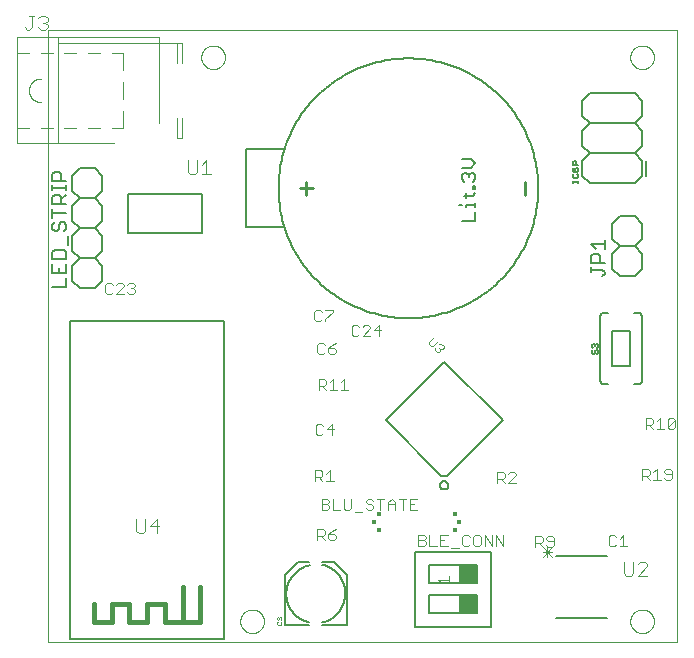
<source format=gto>
G75*
%MOIN*%
%OFA0B0*%
%FSLAX25Y25*%
%IPPOS*%
%LPD*%
%AMOC8*
5,1,8,0,0,1.08239X$1,22.5*
%
%ADD10C,0.00000*%
%ADD11C,0.00300*%
%ADD12C,0.00600*%
%ADD13R,0.06000X0.06000*%
%ADD14C,0.01000*%
%ADD15C,0.00500*%
%ADD16C,0.00800*%
%ADD17C,0.00100*%
%ADD18R,0.01673X0.01280*%
%ADD19R,0.01378X0.01378*%
%ADD20C,0.01600*%
%ADD21C,0.00400*%
%ADD22C,0.00394*%
D10*
X0011520Y0002000D02*
X0011520Y0205961D01*
X0221220Y0205961D01*
X0221220Y0002000D01*
X0011520Y0002000D01*
X0075583Y0009000D02*
X0075585Y0009125D01*
X0075591Y0009250D01*
X0075601Y0009374D01*
X0075615Y0009498D01*
X0075632Y0009622D01*
X0075654Y0009745D01*
X0075680Y0009867D01*
X0075709Y0009989D01*
X0075742Y0010109D01*
X0075780Y0010228D01*
X0075820Y0010347D01*
X0075865Y0010463D01*
X0075913Y0010578D01*
X0075965Y0010692D01*
X0076021Y0010804D01*
X0076080Y0010914D01*
X0076142Y0011022D01*
X0076208Y0011129D01*
X0076277Y0011233D01*
X0076350Y0011334D01*
X0076425Y0011434D01*
X0076504Y0011531D01*
X0076586Y0011625D01*
X0076671Y0011717D01*
X0076758Y0011806D01*
X0076849Y0011892D01*
X0076942Y0011975D01*
X0077038Y0012056D01*
X0077136Y0012133D01*
X0077236Y0012207D01*
X0077339Y0012278D01*
X0077444Y0012345D01*
X0077552Y0012410D01*
X0077661Y0012470D01*
X0077772Y0012528D01*
X0077885Y0012581D01*
X0077999Y0012631D01*
X0078115Y0012678D01*
X0078232Y0012720D01*
X0078351Y0012759D01*
X0078471Y0012795D01*
X0078592Y0012826D01*
X0078714Y0012854D01*
X0078836Y0012877D01*
X0078960Y0012897D01*
X0079084Y0012913D01*
X0079208Y0012925D01*
X0079333Y0012933D01*
X0079458Y0012937D01*
X0079582Y0012937D01*
X0079707Y0012933D01*
X0079832Y0012925D01*
X0079956Y0012913D01*
X0080080Y0012897D01*
X0080204Y0012877D01*
X0080326Y0012854D01*
X0080448Y0012826D01*
X0080569Y0012795D01*
X0080689Y0012759D01*
X0080808Y0012720D01*
X0080925Y0012678D01*
X0081041Y0012631D01*
X0081155Y0012581D01*
X0081268Y0012528D01*
X0081379Y0012470D01*
X0081489Y0012410D01*
X0081596Y0012345D01*
X0081701Y0012278D01*
X0081804Y0012207D01*
X0081904Y0012133D01*
X0082002Y0012056D01*
X0082098Y0011975D01*
X0082191Y0011892D01*
X0082282Y0011806D01*
X0082369Y0011717D01*
X0082454Y0011625D01*
X0082536Y0011531D01*
X0082615Y0011434D01*
X0082690Y0011334D01*
X0082763Y0011233D01*
X0082832Y0011129D01*
X0082898Y0011022D01*
X0082960Y0010914D01*
X0083019Y0010804D01*
X0083075Y0010692D01*
X0083127Y0010578D01*
X0083175Y0010463D01*
X0083220Y0010347D01*
X0083260Y0010228D01*
X0083298Y0010109D01*
X0083331Y0009989D01*
X0083360Y0009867D01*
X0083386Y0009745D01*
X0083408Y0009622D01*
X0083425Y0009498D01*
X0083439Y0009374D01*
X0083449Y0009250D01*
X0083455Y0009125D01*
X0083457Y0009000D01*
X0083455Y0008875D01*
X0083449Y0008750D01*
X0083439Y0008626D01*
X0083425Y0008502D01*
X0083408Y0008378D01*
X0083386Y0008255D01*
X0083360Y0008133D01*
X0083331Y0008011D01*
X0083298Y0007891D01*
X0083260Y0007772D01*
X0083220Y0007653D01*
X0083175Y0007537D01*
X0083127Y0007422D01*
X0083075Y0007308D01*
X0083019Y0007196D01*
X0082960Y0007086D01*
X0082898Y0006978D01*
X0082832Y0006871D01*
X0082763Y0006767D01*
X0082690Y0006666D01*
X0082615Y0006566D01*
X0082536Y0006469D01*
X0082454Y0006375D01*
X0082369Y0006283D01*
X0082282Y0006194D01*
X0082191Y0006108D01*
X0082098Y0006025D01*
X0082002Y0005944D01*
X0081904Y0005867D01*
X0081804Y0005793D01*
X0081701Y0005722D01*
X0081596Y0005655D01*
X0081488Y0005590D01*
X0081379Y0005530D01*
X0081268Y0005472D01*
X0081155Y0005419D01*
X0081041Y0005369D01*
X0080925Y0005322D01*
X0080808Y0005280D01*
X0080689Y0005241D01*
X0080569Y0005205D01*
X0080448Y0005174D01*
X0080326Y0005146D01*
X0080204Y0005123D01*
X0080080Y0005103D01*
X0079956Y0005087D01*
X0079832Y0005075D01*
X0079707Y0005067D01*
X0079582Y0005063D01*
X0079458Y0005063D01*
X0079333Y0005067D01*
X0079208Y0005075D01*
X0079084Y0005087D01*
X0078960Y0005103D01*
X0078836Y0005123D01*
X0078714Y0005146D01*
X0078592Y0005174D01*
X0078471Y0005205D01*
X0078351Y0005241D01*
X0078232Y0005280D01*
X0078115Y0005322D01*
X0077999Y0005369D01*
X0077885Y0005419D01*
X0077772Y0005472D01*
X0077661Y0005530D01*
X0077551Y0005590D01*
X0077444Y0005655D01*
X0077339Y0005722D01*
X0077236Y0005793D01*
X0077136Y0005867D01*
X0077038Y0005944D01*
X0076942Y0006025D01*
X0076849Y0006108D01*
X0076758Y0006194D01*
X0076671Y0006283D01*
X0076586Y0006375D01*
X0076504Y0006469D01*
X0076425Y0006566D01*
X0076350Y0006666D01*
X0076277Y0006767D01*
X0076208Y0006871D01*
X0076142Y0006978D01*
X0076080Y0007086D01*
X0076021Y0007196D01*
X0075965Y0007308D01*
X0075913Y0007422D01*
X0075865Y0007537D01*
X0075820Y0007653D01*
X0075780Y0007772D01*
X0075742Y0007891D01*
X0075709Y0008011D01*
X0075680Y0008133D01*
X0075654Y0008255D01*
X0075632Y0008378D01*
X0075615Y0008502D01*
X0075601Y0008626D01*
X0075591Y0008750D01*
X0075585Y0008875D01*
X0075583Y0009000D01*
X0205583Y0009000D02*
X0205585Y0009125D01*
X0205591Y0009250D01*
X0205601Y0009374D01*
X0205615Y0009498D01*
X0205632Y0009622D01*
X0205654Y0009745D01*
X0205680Y0009867D01*
X0205709Y0009989D01*
X0205742Y0010109D01*
X0205780Y0010228D01*
X0205820Y0010347D01*
X0205865Y0010463D01*
X0205913Y0010578D01*
X0205965Y0010692D01*
X0206021Y0010804D01*
X0206080Y0010914D01*
X0206142Y0011022D01*
X0206208Y0011129D01*
X0206277Y0011233D01*
X0206350Y0011334D01*
X0206425Y0011434D01*
X0206504Y0011531D01*
X0206586Y0011625D01*
X0206671Y0011717D01*
X0206758Y0011806D01*
X0206849Y0011892D01*
X0206942Y0011975D01*
X0207038Y0012056D01*
X0207136Y0012133D01*
X0207236Y0012207D01*
X0207339Y0012278D01*
X0207444Y0012345D01*
X0207552Y0012410D01*
X0207661Y0012470D01*
X0207772Y0012528D01*
X0207885Y0012581D01*
X0207999Y0012631D01*
X0208115Y0012678D01*
X0208232Y0012720D01*
X0208351Y0012759D01*
X0208471Y0012795D01*
X0208592Y0012826D01*
X0208714Y0012854D01*
X0208836Y0012877D01*
X0208960Y0012897D01*
X0209084Y0012913D01*
X0209208Y0012925D01*
X0209333Y0012933D01*
X0209458Y0012937D01*
X0209582Y0012937D01*
X0209707Y0012933D01*
X0209832Y0012925D01*
X0209956Y0012913D01*
X0210080Y0012897D01*
X0210204Y0012877D01*
X0210326Y0012854D01*
X0210448Y0012826D01*
X0210569Y0012795D01*
X0210689Y0012759D01*
X0210808Y0012720D01*
X0210925Y0012678D01*
X0211041Y0012631D01*
X0211155Y0012581D01*
X0211268Y0012528D01*
X0211379Y0012470D01*
X0211489Y0012410D01*
X0211596Y0012345D01*
X0211701Y0012278D01*
X0211804Y0012207D01*
X0211904Y0012133D01*
X0212002Y0012056D01*
X0212098Y0011975D01*
X0212191Y0011892D01*
X0212282Y0011806D01*
X0212369Y0011717D01*
X0212454Y0011625D01*
X0212536Y0011531D01*
X0212615Y0011434D01*
X0212690Y0011334D01*
X0212763Y0011233D01*
X0212832Y0011129D01*
X0212898Y0011022D01*
X0212960Y0010914D01*
X0213019Y0010804D01*
X0213075Y0010692D01*
X0213127Y0010578D01*
X0213175Y0010463D01*
X0213220Y0010347D01*
X0213260Y0010228D01*
X0213298Y0010109D01*
X0213331Y0009989D01*
X0213360Y0009867D01*
X0213386Y0009745D01*
X0213408Y0009622D01*
X0213425Y0009498D01*
X0213439Y0009374D01*
X0213449Y0009250D01*
X0213455Y0009125D01*
X0213457Y0009000D01*
X0213455Y0008875D01*
X0213449Y0008750D01*
X0213439Y0008626D01*
X0213425Y0008502D01*
X0213408Y0008378D01*
X0213386Y0008255D01*
X0213360Y0008133D01*
X0213331Y0008011D01*
X0213298Y0007891D01*
X0213260Y0007772D01*
X0213220Y0007653D01*
X0213175Y0007537D01*
X0213127Y0007422D01*
X0213075Y0007308D01*
X0213019Y0007196D01*
X0212960Y0007086D01*
X0212898Y0006978D01*
X0212832Y0006871D01*
X0212763Y0006767D01*
X0212690Y0006666D01*
X0212615Y0006566D01*
X0212536Y0006469D01*
X0212454Y0006375D01*
X0212369Y0006283D01*
X0212282Y0006194D01*
X0212191Y0006108D01*
X0212098Y0006025D01*
X0212002Y0005944D01*
X0211904Y0005867D01*
X0211804Y0005793D01*
X0211701Y0005722D01*
X0211596Y0005655D01*
X0211488Y0005590D01*
X0211379Y0005530D01*
X0211268Y0005472D01*
X0211155Y0005419D01*
X0211041Y0005369D01*
X0210925Y0005322D01*
X0210808Y0005280D01*
X0210689Y0005241D01*
X0210569Y0005205D01*
X0210448Y0005174D01*
X0210326Y0005146D01*
X0210204Y0005123D01*
X0210080Y0005103D01*
X0209956Y0005087D01*
X0209832Y0005075D01*
X0209707Y0005067D01*
X0209582Y0005063D01*
X0209458Y0005063D01*
X0209333Y0005067D01*
X0209208Y0005075D01*
X0209084Y0005087D01*
X0208960Y0005103D01*
X0208836Y0005123D01*
X0208714Y0005146D01*
X0208592Y0005174D01*
X0208471Y0005205D01*
X0208351Y0005241D01*
X0208232Y0005280D01*
X0208115Y0005322D01*
X0207999Y0005369D01*
X0207885Y0005419D01*
X0207772Y0005472D01*
X0207661Y0005530D01*
X0207551Y0005590D01*
X0207444Y0005655D01*
X0207339Y0005722D01*
X0207236Y0005793D01*
X0207136Y0005867D01*
X0207038Y0005944D01*
X0206942Y0006025D01*
X0206849Y0006108D01*
X0206758Y0006194D01*
X0206671Y0006283D01*
X0206586Y0006375D01*
X0206504Y0006469D01*
X0206425Y0006566D01*
X0206350Y0006666D01*
X0206277Y0006767D01*
X0206208Y0006871D01*
X0206142Y0006978D01*
X0206080Y0007086D01*
X0206021Y0007196D01*
X0205965Y0007308D01*
X0205913Y0007422D01*
X0205865Y0007537D01*
X0205820Y0007653D01*
X0205780Y0007772D01*
X0205742Y0007891D01*
X0205709Y0008011D01*
X0205680Y0008133D01*
X0205654Y0008255D01*
X0205632Y0008378D01*
X0205615Y0008502D01*
X0205601Y0008626D01*
X0205591Y0008750D01*
X0205585Y0008875D01*
X0205583Y0009000D01*
X0205583Y0197000D02*
X0205585Y0197125D01*
X0205591Y0197250D01*
X0205601Y0197374D01*
X0205615Y0197498D01*
X0205632Y0197622D01*
X0205654Y0197745D01*
X0205680Y0197867D01*
X0205709Y0197989D01*
X0205742Y0198109D01*
X0205780Y0198228D01*
X0205820Y0198347D01*
X0205865Y0198463D01*
X0205913Y0198578D01*
X0205965Y0198692D01*
X0206021Y0198804D01*
X0206080Y0198914D01*
X0206142Y0199022D01*
X0206208Y0199129D01*
X0206277Y0199233D01*
X0206350Y0199334D01*
X0206425Y0199434D01*
X0206504Y0199531D01*
X0206586Y0199625D01*
X0206671Y0199717D01*
X0206758Y0199806D01*
X0206849Y0199892D01*
X0206942Y0199975D01*
X0207038Y0200056D01*
X0207136Y0200133D01*
X0207236Y0200207D01*
X0207339Y0200278D01*
X0207444Y0200345D01*
X0207552Y0200410D01*
X0207661Y0200470D01*
X0207772Y0200528D01*
X0207885Y0200581D01*
X0207999Y0200631D01*
X0208115Y0200678D01*
X0208232Y0200720D01*
X0208351Y0200759D01*
X0208471Y0200795D01*
X0208592Y0200826D01*
X0208714Y0200854D01*
X0208836Y0200877D01*
X0208960Y0200897D01*
X0209084Y0200913D01*
X0209208Y0200925D01*
X0209333Y0200933D01*
X0209458Y0200937D01*
X0209582Y0200937D01*
X0209707Y0200933D01*
X0209832Y0200925D01*
X0209956Y0200913D01*
X0210080Y0200897D01*
X0210204Y0200877D01*
X0210326Y0200854D01*
X0210448Y0200826D01*
X0210569Y0200795D01*
X0210689Y0200759D01*
X0210808Y0200720D01*
X0210925Y0200678D01*
X0211041Y0200631D01*
X0211155Y0200581D01*
X0211268Y0200528D01*
X0211379Y0200470D01*
X0211489Y0200410D01*
X0211596Y0200345D01*
X0211701Y0200278D01*
X0211804Y0200207D01*
X0211904Y0200133D01*
X0212002Y0200056D01*
X0212098Y0199975D01*
X0212191Y0199892D01*
X0212282Y0199806D01*
X0212369Y0199717D01*
X0212454Y0199625D01*
X0212536Y0199531D01*
X0212615Y0199434D01*
X0212690Y0199334D01*
X0212763Y0199233D01*
X0212832Y0199129D01*
X0212898Y0199022D01*
X0212960Y0198914D01*
X0213019Y0198804D01*
X0213075Y0198692D01*
X0213127Y0198578D01*
X0213175Y0198463D01*
X0213220Y0198347D01*
X0213260Y0198228D01*
X0213298Y0198109D01*
X0213331Y0197989D01*
X0213360Y0197867D01*
X0213386Y0197745D01*
X0213408Y0197622D01*
X0213425Y0197498D01*
X0213439Y0197374D01*
X0213449Y0197250D01*
X0213455Y0197125D01*
X0213457Y0197000D01*
X0213455Y0196875D01*
X0213449Y0196750D01*
X0213439Y0196626D01*
X0213425Y0196502D01*
X0213408Y0196378D01*
X0213386Y0196255D01*
X0213360Y0196133D01*
X0213331Y0196011D01*
X0213298Y0195891D01*
X0213260Y0195772D01*
X0213220Y0195653D01*
X0213175Y0195537D01*
X0213127Y0195422D01*
X0213075Y0195308D01*
X0213019Y0195196D01*
X0212960Y0195086D01*
X0212898Y0194978D01*
X0212832Y0194871D01*
X0212763Y0194767D01*
X0212690Y0194666D01*
X0212615Y0194566D01*
X0212536Y0194469D01*
X0212454Y0194375D01*
X0212369Y0194283D01*
X0212282Y0194194D01*
X0212191Y0194108D01*
X0212098Y0194025D01*
X0212002Y0193944D01*
X0211904Y0193867D01*
X0211804Y0193793D01*
X0211701Y0193722D01*
X0211596Y0193655D01*
X0211488Y0193590D01*
X0211379Y0193530D01*
X0211268Y0193472D01*
X0211155Y0193419D01*
X0211041Y0193369D01*
X0210925Y0193322D01*
X0210808Y0193280D01*
X0210689Y0193241D01*
X0210569Y0193205D01*
X0210448Y0193174D01*
X0210326Y0193146D01*
X0210204Y0193123D01*
X0210080Y0193103D01*
X0209956Y0193087D01*
X0209832Y0193075D01*
X0209707Y0193067D01*
X0209582Y0193063D01*
X0209458Y0193063D01*
X0209333Y0193067D01*
X0209208Y0193075D01*
X0209084Y0193087D01*
X0208960Y0193103D01*
X0208836Y0193123D01*
X0208714Y0193146D01*
X0208592Y0193174D01*
X0208471Y0193205D01*
X0208351Y0193241D01*
X0208232Y0193280D01*
X0208115Y0193322D01*
X0207999Y0193369D01*
X0207885Y0193419D01*
X0207772Y0193472D01*
X0207661Y0193530D01*
X0207551Y0193590D01*
X0207444Y0193655D01*
X0207339Y0193722D01*
X0207236Y0193793D01*
X0207136Y0193867D01*
X0207038Y0193944D01*
X0206942Y0194025D01*
X0206849Y0194108D01*
X0206758Y0194194D01*
X0206671Y0194283D01*
X0206586Y0194375D01*
X0206504Y0194469D01*
X0206425Y0194566D01*
X0206350Y0194666D01*
X0206277Y0194767D01*
X0206208Y0194871D01*
X0206142Y0194978D01*
X0206080Y0195086D01*
X0206021Y0195196D01*
X0205965Y0195308D01*
X0205913Y0195422D01*
X0205865Y0195537D01*
X0205820Y0195653D01*
X0205780Y0195772D01*
X0205742Y0195891D01*
X0205709Y0196011D01*
X0205680Y0196133D01*
X0205654Y0196255D01*
X0205632Y0196378D01*
X0205615Y0196502D01*
X0205601Y0196626D01*
X0205591Y0196750D01*
X0205585Y0196875D01*
X0205583Y0197000D01*
X0062583Y0197000D02*
X0062585Y0197125D01*
X0062591Y0197250D01*
X0062601Y0197374D01*
X0062615Y0197498D01*
X0062632Y0197622D01*
X0062654Y0197745D01*
X0062680Y0197867D01*
X0062709Y0197989D01*
X0062742Y0198109D01*
X0062780Y0198228D01*
X0062820Y0198347D01*
X0062865Y0198463D01*
X0062913Y0198578D01*
X0062965Y0198692D01*
X0063021Y0198804D01*
X0063080Y0198914D01*
X0063142Y0199022D01*
X0063208Y0199129D01*
X0063277Y0199233D01*
X0063350Y0199334D01*
X0063425Y0199434D01*
X0063504Y0199531D01*
X0063586Y0199625D01*
X0063671Y0199717D01*
X0063758Y0199806D01*
X0063849Y0199892D01*
X0063942Y0199975D01*
X0064038Y0200056D01*
X0064136Y0200133D01*
X0064236Y0200207D01*
X0064339Y0200278D01*
X0064444Y0200345D01*
X0064552Y0200410D01*
X0064661Y0200470D01*
X0064772Y0200528D01*
X0064885Y0200581D01*
X0064999Y0200631D01*
X0065115Y0200678D01*
X0065232Y0200720D01*
X0065351Y0200759D01*
X0065471Y0200795D01*
X0065592Y0200826D01*
X0065714Y0200854D01*
X0065836Y0200877D01*
X0065960Y0200897D01*
X0066084Y0200913D01*
X0066208Y0200925D01*
X0066333Y0200933D01*
X0066458Y0200937D01*
X0066582Y0200937D01*
X0066707Y0200933D01*
X0066832Y0200925D01*
X0066956Y0200913D01*
X0067080Y0200897D01*
X0067204Y0200877D01*
X0067326Y0200854D01*
X0067448Y0200826D01*
X0067569Y0200795D01*
X0067689Y0200759D01*
X0067808Y0200720D01*
X0067925Y0200678D01*
X0068041Y0200631D01*
X0068155Y0200581D01*
X0068268Y0200528D01*
X0068379Y0200470D01*
X0068489Y0200410D01*
X0068596Y0200345D01*
X0068701Y0200278D01*
X0068804Y0200207D01*
X0068904Y0200133D01*
X0069002Y0200056D01*
X0069098Y0199975D01*
X0069191Y0199892D01*
X0069282Y0199806D01*
X0069369Y0199717D01*
X0069454Y0199625D01*
X0069536Y0199531D01*
X0069615Y0199434D01*
X0069690Y0199334D01*
X0069763Y0199233D01*
X0069832Y0199129D01*
X0069898Y0199022D01*
X0069960Y0198914D01*
X0070019Y0198804D01*
X0070075Y0198692D01*
X0070127Y0198578D01*
X0070175Y0198463D01*
X0070220Y0198347D01*
X0070260Y0198228D01*
X0070298Y0198109D01*
X0070331Y0197989D01*
X0070360Y0197867D01*
X0070386Y0197745D01*
X0070408Y0197622D01*
X0070425Y0197498D01*
X0070439Y0197374D01*
X0070449Y0197250D01*
X0070455Y0197125D01*
X0070457Y0197000D01*
X0070455Y0196875D01*
X0070449Y0196750D01*
X0070439Y0196626D01*
X0070425Y0196502D01*
X0070408Y0196378D01*
X0070386Y0196255D01*
X0070360Y0196133D01*
X0070331Y0196011D01*
X0070298Y0195891D01*
X0070260Y0195772D01*
X0070220Y0195653D01*
X0070175Y0195537D01*
X0070127Y0195422D01*
X0070075Y0195308D01*
X0070019Y0195196D01*
X0069960Y0195086D01*
X0069898Y0194978D01*
X0069832Y0194871D01*
X0069763Y0194767D01*
X0069690Y0194666D01*
X0069615Y0194566D01*
X0069536Y0194469D01*
X0069454Y0194375D01*
X0069369Y0194283D01*
X0069282Y0194194D01*
X0069191Y0194108D01*
X0069098Y0194025D01*
X0069002Y0193944D01*
X0068904Y0193867D01*
X0068804Y0193793D01*
X0068701Y0193722D01*
X0068596Y0193655D01*
X0068488Y0193590D01*
X0068379Y0193530D01*
X0068268Y0193472D01*
X0068155Y0193419D01*
X0068041Y0193369D01*
X0067925Y0193322D01*
X0067808Y0193280D01*
X0067689Y0193241D01*
X0067569Y0193205D01*
X0067448Y0193174D01*
X0067326Y0193146D01*
X0067204Y0193123D01*
X0067080Y0193103D01*
X0066956Y0193087D01*
X0066832Y0193075D01*
X0066707Y0193067D01*
X0066582Y0193063D01*
X0066458Y0193063D01*
X0066333Y0193067D01*
X0066208Y0193075D01*
X0066084Y0193087D01*
X0065960Y0193103D01*
X0065836Y0193123D01*
X0065714Y0193146D01*
X0065592Y0193174D01*
X0065471Y0193205D01*
X0065351Y0193241D01*
X0065232Y0193280D01*
X0065115Y0193322D01*
X0064999Y0193369D01*
X0064885Y0193419D01*
X0064772Y0193472D01*
X0064661Y0193530D01*
X0064551Y0193590D01*
X0064444Y0193655D01*
X0064339Y0193722D01*
X0064236Y0193793D01*
X0064136Y0193867D01*
X0064038Y0193944D01*
X0063942Y0194025D01*
X0063849Y0194108D01*
X0063758Y0194194D01*
X0063671Y0194283D01*
X0063586Y0194375D01*
X0063504Y0194469D01*
X0063425Y0194566D01*
X0063350Y0194666D01*
X0063277Y0194767D01*
X0063208Y0194871D01*
X0063142Y0194978D01*
X0063080Y0195086D01*
X0063021Y0195196D01*
X0062965Y0195308D01*
X0062913Y0195422D01*
X0062865Y0195537D01*
X0062820Y0195653D01*
X0062780Y0195772D01*
X0062742Y0195891D01*
X0062709Y0196011D01*
X0062680Y0196133D01*
X0062654Y0196255D01*
X0062632Y0196378D01*
X0062615Y0196502D01*
X0062601Y0196626D01*
X0062591Y0196750D01*
X0062585Y0196875D01*
X0062583Y0197000D01*
D11*
X0039838Y0121853D02*
X0040455Y0121236D01*
X0040455Y0120619D01*
X0039838Y0120002D01*
X0040455Y0119384D01*
X0040455Y0118767D01*
X0039838Y0118150D01*
X0038604Y0118150D01*
X0037987Y0118767D01*
X0036772Y0118150D02*
X0034303Y0118150D01*
X0036772Y0120619D01*
X0036772Y0121236D01*
X0036155Y0121853D01*
X0034921Y0121853D01*
X0034303Y0121236D01*
X0033089Y0121236D02*
X0032472Y0121853D01*
X0031237Y0121853D01*
X0030620Y0121236D01*
X0030620Y0118767D01*
X0031237Y0118150D01*
X0032472Y0118150D01*
X0033089Y0118767D01*
X0037987Y0121236D02*
X0038604Y0121853D01*
X0039838Y0121853D01*
X0039838Y0120002D02*
X0039221Y0120002D01*
X0100303Y0112236D02*
X0100303Y0109767D01*
X0100921Y0109150D01*
X0102155Y0109150D01*
X0102772Y0109767D01*
X0103987Y0109767D02*
X0103987Y0109150D01*
X0103987Y0109767D02*
X0106455Y0112236D01*
X0106455Y0112853D01*
X0103987Y0112853D01*
X0102772Y0112236D02*
X0102155Y0112853D01*
X0100921Y0112853D01*
X0100303Y0112236D01*
X0101921Y0101853D02*
X0101303Y0101236D01*
X0101303Y0098767D01*
X0101921Y0098150D01*
X0103155Y0098150D01*
X0103772Y0098767D01*
X0104987Y0098767D02*
X0105604Y0098150D01*
X0106838Y0098150D01*
X0107455Y0098767D01*
X0107455Y0099384D01*
X0106838Y0100002D01*
X0104987Y0100002D01*
X0104987Y0098767D01*
X0104987Y0100002D02*
X0106221Y0101236D01*
X0107455Y0101853D01*
X0103772Y0101236D02*
X0103155Y0101853D01*
X0101921Y0101853D01*
X0112670Y0104767D02*
X0113287Y0104150D01*
X0114521Y0104150D01*
X0115138Y0104767D01*
X0116353Y0104150D02*
X0118822Y0106619D01*
X0118822Y0107236D01*
X0118204Y0107853D01*
X0116970Y0107853D01*
X0116353Y0107236D01*
X0115138Y0107236D02*
X0114521Y0107853D01*
X0113287Y0107853D01*
X0112670Y0107236D01*
X0112670Y0104767D01*
X0116353Y0104150D02*
X0118822Y0104150D01*
X0120036Y0106002D02*
X0122505Y0106002D01*
X0121888Y0107853D02*
X0121888Y0104150D01*
X0120036Y0106002D02*
X0121888Y0107853D01*
X0138512Y0102094D02*
X0138512Y0101410D01*
X0139197Y0100726D01*
X0139881Y0100726D01*
X0141591Y0102436D01*
X0141964Y0101378D02*
X0142648Y0101378D01*
X0143332Y0100694D01*
X0143332Y0100010D01*
X0142990Y0099668D01*
X0142306Y0099668D01*
X0142306Y0098984D01*
X0141964Y0098642D01*
X0141280Y0098642D01*
X0140596Y0099326D01*
X0140596Y0100010D01*
X0141964Y0100010D02*
X0142306Y0099668D01*
X0138512Y0102094D02*
X0140223Y0103804D01*
X0110270Y0089853D02*
X0110270Y0086150D01*
X0109036Y0086150D02*
X0111505Y0086150D01*
X0109036Y0088619D02*
X0110270Y0089853D01*
X0107822Y0086150D02*
X0105353Y0086150D01*
X0104138Y0086150D02*
X0102904Y0087384D01*
X0103521Y0087384D02*
X0101670Y0087384D01*
X0101670Y0086150D02*
X0101670Y0089853D01*
X0103521Y0089853D01*
X0104138Y0089236D01*
X0104138Y0088002D01*
X0103521Y0087384D01*
X0105353Y0088619D02*
X0106587Y0089853D01*
X0106587Y0086150D01*
X0106204Y0074853D02*
X0104353Y0073002D01*
X0106822Y0073002D01*
X0106204Y0074853D02*
X0106204Y0071150D01*
X0103138Y0071767D02*
X0102521Y0071150D01*
X0101287Y0071150D01*
X0100670Y0071767D01*
X0100670Y0074236D01*
X0101287Y0074853D01*
X0102521Y0074853D01*
X0103138Y0074236D01*
X0102371Y0059453D02*
X0100520Y0059453D01*
X0100520Y0055750D01*
X0100520Y0056984D02*
X0102371Y0056984D01*
X0102988Y0057602D01*
X0102988Y0058836D01*
X0102371Y0059453D01*
X0104203Y0058219D02*
X0105437Y0059453D01*
X0105437Y0055750D01*
X0104203Y0055750D02*
X0106672Y0055750D01*
X0102988Y0055750D02*
X0101754Y0056984D01*
X0102670Y0049853D02*
X0104521Y0049853D01*
X0105138Y0049236D01*
X0105138Y0048619D01*
X0104521Y0048002D01*
X0102670Y0048002D01*
X0102670Y0049853D02*
X0102670Y0046150D01*
X0104521Y0046150D01*
X0105138Y0046767D01*
X0105138Y0047384D01*
X0104521Y0048002D01*
X0106353Y0049853D02*
X0106353Y0046150D01*
X0108822Y0046150D01*
X0110036Y0046767D02*
X0110036Y0049853D01*
X0112505Y0049853D02*
X0112505Y0046767D01*
X0111888Y0046150D01*
X0110653Y0046150D01*
X0110036Y0046767D01*
X0113719Y0045533D02*
X0116188Y0045533D01*
X0117402Y0046767D02*
X0118019Y0046150D01*
X0119254Y0046150D01*
X0119871Y0046767D01*
X0119871Y0047384D01*
X0119254Y0048002D01*
X0118019Y0048002D01*
X0117402Y0048619D01*
X0117402Y0049236D01*
X0118019Y0049853D01*
X0119254Y0049853D01*
X0119871Y0049236D01*
X0121085Y0049853D02*
X0123554Y0049853D01*
X0122320Y0049853D02*
X0122320Y0046150D01*
X0124769Y0046150D02*
X0124769Y0048619D01*
X0126003Y0049853D01*
X0127237Y0048619D01*
X0127237Y0046150D01*
X0127237Y0048002D02*
X0124769Y0048002D01*
X0128452Y0049853D02*
X0130920Y0049853D01*
X0132135Y0049853D02*
X0132135Y0046150D01*
X0134604Y0046150D01*
X0133369Y0048002D02*
X0132135Y0048002D01*
X0132135Y0049853D02*
X0134604Y0049853D01*
X0129686Y0049853D02*
X0129686Y0046150D01*
X0134905Y0037853D02*
X0136756Y0037853D01*
X0137373Y0037236D01*
X0137373Y0036619D01*
X0136756Y0036002D01*
X0134905Y0036002D01*
X0136756Y0036002D02*
X0137373Y0035384D01*
X0137373Y0034767D01*
X0136756Y0034150D01*
X0134905Y0034150D01*
X0134905Y0037853D01*
X0138588Y0037853D02*
X0138588Y0034150D01*
X0141056Y0034150D01*
X0142271Y0034150D02*
X0142271Y0037853D01*
X0144740Y0037853D01*
X0143505Y0036002D02*
X0142271Y0036002D01*
X0142271Y0034150D02*
X0144740Y0034150D01*
X0145954Y0033533D02*
X0148423Y0033533D01*
X0149637Y0034767D02*
X0150254Y0034150D01*
X0151489Y0034150D01*
X0152106Y0034767D01*
X0153320Y0034767D02*
X0153320Y0037236D01*
X0153937Y0037853D01*
X0155172Y0037853D01*
X0155789Y0037236D01*
X0155789Y0034767D01*
X0155172Y0034150D01*
X0153937Y0034150D01*
X0153320Y0034767D01*
X0152106Y0037236D02*
X0151489Y0037853D01*
X0150254Y0037853D01*
X0149637Y0037236D01*
X0149637Y0034767D01*
X0157003Y0034150D02*
X0157003Y0037853D01*
X0159472Y0034150D01*
X0159472Y0037853D01*
X0160687Y0037853D02*
X0163155Y0034150D01*
X0163155Y0037853D01*
X0160687Y0037853D02*
X0160687Y0034150D01*
X0173903Y0033850D02*
X0173903Y0037553D01*
X0175755Y0037553D01*
X0176372Y0036936D01*
X0176372Y0035702D01*
X0175755Y0035084D01*
X0173903Y0035084D01*
X0175138Y0035084D02*
X0176372Y0033850D01*
X0176420Y0033700D02*
X0179556Y0030564D01*
X0179556Y0032132D02*
X0176420Y0032132D01*
X0176420Y0030564D02*
X0179556Y0033700D01*
X0179438Y0033850D02*
X0180055Y0034467D01*
X0180055Y0036936D01*
X0179438Y0037553D01*
X0178204Y0037553D01*
X0177587Y0036936D01*
X0177587Y0036319D01*
X0178204Y0035702D01*
X0180055Y0035702D01*
X0179438Y0033850D02*
X0178204Y0033850D01*
X0177587Y0034467D01*
X0177988Y0033700D02*
X0177988Y0030564D01*
X0198370Y0034567D02*
X0198987Y0033950D01*
X0200221Y0033950D01*
X0200838Y0034567D01*
X0202053Y0033950D02*
X0204522Y0033950D01*
X0203287Y0033950D02*
X0203287Y0037653D01*
X0202053Y0036419D01*
X0200838Y0037036D02*
X0200221Y0037653D01*
X0198987Y0037653D01*
X0198370Y0037036D01*
X0198370Y0034567D01*
X0203520Y0028884D02*
X0203520Y0024964D01*
X0204304Y0024180D01*
X0205872Y0024180D01*
X0206656Y0024964D01*
X0206656Y0028884D01*
X0208124Y0028100D02*
X0208908Y0028884D01*
X0210476Y0028884D01*
X0211260Y0028100D01*
X0211260Y0027316D01*
X0208124Y0024180D01*
X0211260Y0024180D01*
X0212089Y0056150D02*
X0210855Y0057384D01*
X0211472Y0057384D02*
X0209620Y0057384D01*
X0209620Y0056150D02*
X0209620Y0059853D01*
X0211472Y0059853D01*
X0212089Y0059236D01*
X0212089Y0058002D01*
X0211472Y0057384D01*
X0213303Y0056150D02*
X0215772Y0056150D01*
X0214538Y0056150D02*
X0214538Y0059853D01*
X0213303Y0058619D01*
X0216987Y0058619D02*
X0217604Y0058002D01*
X0219455Y0058002D01*
X0219455Y0059236D02*
X0218838Y0059853D01*
X0217604Y0059853D01*
X0216987Y0059236D01*
X0216987Y0058619D01*
X0216987Y0056767D02*
X0217604Y0056150D01*
X0218838Y0056150D01*
X0219455Y0056767D01*
X0219455Y0059236D01*
X0219888Y0073150D02*
X0218653Y0073150D01*
X0218036Y0073767D01*
X0220505Y0076236D01*
X0220505Y0073767D01*
X0219888Y0073150D01*
X0218036Y0073767D02*
X0218036Y0076236D01*
X0218653Y0076853D01*
X0219888Y0076853D01*
X0220505Y0076236D01*
X0216822Y0073150D02*
X0214353Y0073150D01*
X0213138Y0073150D02*
X0211904Y0074384D01*
X0212521Y0074384D02*
X0210670Y0074384D01*
X0210670Y0073150D02*
X0210670Y0076853D01*
X0212521Y0076853D01*
X0213138Y0076236D01*
X0213138Y0075002D01*
X0212521Y0074384D01*
X0214353Y0075619D02*
X0215587Y0076853D01*
X0215587Y0073150D01*
X0167455Y0058236D02*
X0166838Y0058853D01*
X0165604Y0058853D01*
X0164987Y0058236D01*
X0163772Y0058236D02*
X0163772Y0057002D01*
X0163155Y0056384D01*
X0161303Y0056384D01*
X0161303Y0055150D02*
X0161303Y0058853D01*
X0163155Y0058853D01*
X0163772Y0058236D01*
X0162538Y0056384D02*
X0163772Y0055150D01*
X0164987Y0055150D02*
X0167455Y0057619D01*
X0167455Y0058236D01*
X0167455Y0055150D02*
X0164987Y0055150D01*
X0145260Y0024086D02*
X0145260Y0021617D01*
X0145260Y0022851D02*
X0141557Y0022851D01*
X0142791Y0021617D01*
X0107455Y0036767D02*
X0107455Y0037384D01*
X0106838Y0038002D01*
X0104987Y0038002D01*
X0104987Y0036767D01*
X0105604Y0036150D01*
X0106838Y0036150D01*
X0107455Y0036767D01*
X0104987Y0038002D02*
X0106221Y0039236D01*
X0107455Y0039853D01*
X0103772Y0039236D02*
X0103772Y0038002D01*
X0103155Y0037384D01*
X0101303Y0037384D01*
X0101303Y0036150D02*
X0101303Y0039853D01*
X0103155Y0039853D01*
X0103772Y0039236D01*
X0102538Y0037384D02*
X0103772Y0036150D01*
D12*
X0133810Y0032150D02*
X0133810Y0007150D01*
X0159010Y0007150D01*
X0159010Y0032150D01*
X0133810Y0032150D01*
X0138410Y0027650D02*
X0154410Y0027650D01*
X0154410Y0021650D01*
X0138410Y0021650D01*
X0138410Y0027650D01*
X0138410Y0017650D02*
X0154410Y0017650D01*
X0154410Y0011650D01*
X0138410Y0011650D01*
X0138410Y0017650D01*
X0142106Y0054363D02*
X0142108Y0054438D01*
X0142114Y0054512D01*
X0142124Y0054586D01*
X0142137Y0054659D01*
X0142155Y0054732D01*
X0142176Y0054803D01*
X0142201Y0054874D01*
X0142230Y0054943D01*
X0142263Y0055010D01*
X0142299Y0055075D01*
X0142338Y0055139D01*
X0142380Y0055200D01*
X0142426Y0055259D01*
X0142475Y0055316D01*
X0142527Y0055369D01*
X0142581Y0055420D01*
X0142638Y0055469D01*
X0142698Y0055513D01*
X0142760Y0055555D01*
X0142824Y0055594D01*
X0142890Y0055629D01*
X0142957Y0055660D01*
X0143027Y0055688D01*
X0143097Y0055712D01*
X0143169Y0055733D01*
X0143242Y0055749D01*
X0143315Y0055762D01*
X0143390Y0055771D01*
X0143464Y0055776D01*
X0143539Y0055777D01*
X0143613Y0055774D01*
X0143688Y0055767D01*
X0143761Y0055756D01*
X0143835Y0055742D01*
X0143907Y0055723D01*
X0143978Y0055701D01*
X0144048Y0055675D01*
X0144117Y0055645D01*
X0144183Y0055612D01*
X0144248Y0055575D01*
X0144311Y0055535D01*
X0144372Y0055491D01*
X0144430Y0055445D01*
X0144486Y0055395D01*
X0144539Y0055343D01*
X0144590Y0055288D01*
X0144637Y0055230D01*
X0144681Y0055170D01*
X0144722Y0055107D01*
X0144760Y0055043D01*
X0144794Y0054977D01*
X0144825Y0054908D01*
X0144852Y0054839D01*
X0144875Y0054768D01*
X0144894Y0054696D01*
X0144910Y0054623D01*
X0144922Y0054549D01*
X0144930Y0054475D01*
X0144934Y0054400D01*
X0144934Y0054326D01*
X0144930Y0054251D01*
X0144922Y0054177D01*
X0144910Y0054103D01*
X0144894Y0054030D01*
X0144875Y0053958D01*
X0144852Y0053887D01*
X0144825Y0053818D01*
X0144794Y0053749D01*
X0144760Y0053683D01*
X0144722Y0053619D01*
X0144681Y0053556D01*
X0144637Y0053496D01*
X0144590Y0053438D01*
X0144539Y0053383D01*
X0144486Y0053331D01*
X0144430Y0053281D01*
X0144372Y0053235D01*
X0144311Y0053191D01*
X0144248Y0053151D01*
X0144183Y0053114D01*
X0144117Y0053081D01*
X0144048Y0053051D01*
X0143978Y0053025D01*
X0143907Y0053003D01*
X0143835Y0052984D01*
X0143761Y0052970D01*
X0143688Y0052959D01*
X0143613Y0052952D01*
X0143539Y0052949D01*
X0143464Y0052950D01*
X0143390Y0052955D01*
X0143315Y0052964D01*
X0143242Y0052977D01*
X0143169Y0052993D01*
X0143097Y0053014D01*
X0143027Y0053038D01*
X0142957Y0053066D01*
X0142890Y0053097D01*
X0142824Y0053132D01*
X0142760Y0053171D01*
X0142698Y0053213D01*
X0142638Y0053257D01*
X0142581Y0053306D01*
X0142527Y0053357D01*
X0142475Y0053410D01*
X0142426Y0053467D01*
X0142380Y0053526D01*
X0142338Y0053587D01*
X0142299Y0053651D01*
X0142263Y0053716D01*
X0142230Y0053783D01*
X0142201Y0053852D01*
X0142176Y0053923D01*
X0142155Y0053994D01*
X0142137Y0054067D01*
X0142124Y0054140D01*
X0142114Y0054214D01*
X0142108Y0054288D01*
X0142106Y0054363D01*
X0142531Y0057473D02*
X0144508Y0057473D01*
X0163035Y0076000D01*
X0143520Y0095515D01*
X0124005Y0076000D01*
X0142531Y0057473D01*
X0180870Y0030930D02*
X0197670Y0030930D01*
X0197670Y0010130D02*
X0180870Y0010130D01*
X0202020Y0124000D02*
X0199520Y0126500D01*
X0199520Y0131500D01*
X0202020Y0134000D01*
X0199520Y0136500D01*
X0199520Y0141500D01*
X0202020Y0144000D01*
X0207020Y0144000D01*
X0209520Y0141500D01*
X0209520Y0136500D01*
X0207020Y0134000D01*
X0209520Y0131500D01*
X0209520Y0126500D01*
X0207020Y0124000D01*
X0202020Y0124000D01*
X0202020Y0134000D02*
X0207020Y0134000D01*
X0029520Y0132500D02*
X0027020Y0130000D01*
X0029520Y0127500D01*
X0029520Y0122500D01*
X0027020Y0120000D01*
X0022020Y0120000D01*
X0019520Y0122500D01*
X0019520Y0127500D01*
X0022020Y0130000D01*
X0019520Y0132500D01*
X0019520Y0137500D01*
X0022020Y0140000D01*
X0019520Y0142500D01*
X0019520Y0147500D01*
X0022020Y0150000D01*
X0019520Y0152500D01*
X0019520Y0157500D01*
X0022020Y0160000D01*
X0027020Y0160000D01*
X0029520Y0157500D01*
X0029520Y0152500D01*
X0027020Y0150000D01*
X0029520Y0147500D01*
X0029520Y0142500D01*
X0027020Y0140000D01*
X0022020Y0140000D01*
X0027020Y0140000D02*
X0029520Y0137500D01*
X0029520Y0132500D01*
X0027020Y0130000D02*
X0022020Y0130000D01*
X0022020Y0150000D02*
X0027020Y0150000D01*
D13*
X0151410Y0024650D03*
X0151410Y0014650D03*
D14*
X0170343Y0151244D02*
X0170343Y0155456D01*
X0099714Y0153350D02*
X0095501Y0153350D01*
X0097607Y0151244D02*
X0097607Y0155456D01*
D15*
X0090186Y0166342D02*
X0077588Y0166342D01*
X0077588Y0166145D02*
X0077588Y0140555D01*
X0077588Y0140358D02*
X0090186Y0140358D01*
X0062921Y0138504D02*
X0038118Y0138504D01*
X0038118Y0151496D01*
X0062921Y0151496D01*
X0062921Y0138504D01*
X0070110Y0108953D02*
X0018929Y0108953D01*
X0018929Y0003047D01*
X0070110Y0003047D01*
X0070110Y0108953D01*
X0018220Y0134362D02*
X0018220Y0137364D01*
X0016719Y0138966D02*
X0017470Y0139716D01*
X0017470Y0141218D01*
X0016719Y0141968D01*
X0015968Y0141968D01*
X0015218Y0141218D01*
X0015218Y0139716D01*
X0014467Y0138966D01*
X0013716Y0138966D01*
X0012966Y0139716D01*
X0012966Y0141218D01*
X0013716Y0141968D01*
X0012966Y0143570D02*
X0012966Y0146572D01*
X0012966Y0145071D02*
X0017470Y0145071D01*
X0017470Y0148174D02*
X0012966Y0148174D01*
X0012966Y0150425D01*
X0013716Y0151176D01*
X0015218Y0151176D01*
X0015968Y0150425D01*
X0015968Y0148174D01*
X0015968Y0149675D02*
X0017470Y0151176D01*
X0017470Y0152777D02*
X0017470Y0154279D01*
X0017470Y0153528D02*
X0012966Y0153528D01*
X0012966Y0152777D02*
X0012966Y0154279D01*
X0012966Y0155847D02*
X0012966Y0158099D01*
X0013716Y0158849D01*
X0015218Y0158849D01*
X0015968Y0158099D01*
X0015968Y0155847D01*
X0017470Y0155847D02*
X0012966Y0155847D01*
X0013716Y0132760D02*
X0012966Y0132010D01*
X0012966Y0129758D01*
X0017470Y0129758D01*
X0017470Y0132010D01*
X0016719Y0132760D01*
X0013716Y0132760D01*
X0012966Y0128156D02*
X0012966Y0125154D01*
X0017470Y0125154D01*
X0017470Y0128156D01*
X0015218Y0126655D02*
X0015218Y0125154D01*
X0017470Y0123553D02*
X0017470Y0120550D01*
X0012966Y0120550D01*
X0088336Y0153350D02*
X0088349Y0154413D01*
X0088388Y0155475D01*
X0088453Y0156536D01*
X0088545Y0157595D01*
X0088662Y0158651D01*
X0088805Y0159704D01*
X0088974Y0160754D01*
X0089168Y0161799D01*
X0089388Y0162839D01*
X0089634Y0163873D01*
X0089905Y0164901D01*
X0090201Y0165921D01*
X0090522Y0166935D01*
X0090868Y0167940D01*
X0091238Y0168936D01*
X0091633Y0169923D01*
X0092051Y0170900D01*
X0092494Y0171866D01*
X0092960Y0172821D01*
X0093450Y0173765D01*
X0093962Y0174696D01*
X0094497Y0175614D01*
X0095055Y0176519D01*
X0095635Y0177410D01*
X0096236Y0178287D01*
X0096858Y0179148D01*
X0097502Y0179994D01*
X0098166Y0180824D01*
X0098851Y0181637D01*
X0099555Y0182433D01*
X0100278Y0183212D01*
X0101020Y0183973D01*
X0101781Y0184715D01*
X0102560Y0185438D01*
X0103356Y0186142D01*
X0104169Y0186827D01*
X0104999Y0187491D01*
X0105845Y0188135D01*
X0106706Y0188757D01*
X0107583Y0189358D01*
X0108474Y0189938D01*
X0109379Y0190496D01*
X0110297Y0191031D01*
X0111228Y0191543D01*
X0112172Y0192033D01*
X0113127Y0192499D01*
X0114093Y0192942D01*
X0115070Y0193360D01*
X0116057Y0193755D01*
X0117053Y0194125D01*
X0118058Y0194471D01*
X0119072Y0194792D01*
X0120092Y0195088D01*
X0121120Y0195359D01*
X0122154Y0195605D01*
X0123194Y0195825D01*
X0124239Y0196019D01*
X0125289Y0196188D01*
X0126342Y0196331D01*
X0127398Y0196448D01*
X0128457Y0196540D01*
X0129518Y0196605D01*
X0130580Y0196644D01*
X0131643Y0196657D01*
X0132706Y0196644D01*
X0133768Y0196605D01*
X0134829Y0196540D01*
X0135888Y0196448D01*
X0136944Y0196331D01*
X0137997Y0196188D01*
X0139047Y0196019D01*
X0140092Y0195825D01*
X0141132Y0195605D01*
X0142166Y0195359D01*
X0143194Y0195088D01*
X0144214Y0194792D01*
X0145228Y0194471D01*
X0146233Y0194125D01*
X0147229Y0193755D01*
X0148216Y0193360D01*
X0149193Y0192942D01*
X0150159Y0192499D01*
X0151114Y0192033D01*
X0152058Y0191543D01*
X0152989Y0191031D01*
X0153907Y0190496D01*
X0154812Y0189938D01*
X0155703Y0189358D01*
X0156580Y0188757D01*
X0157441Y0188135D01*
X0158287Y0187491D01*
X0159117Y0186827D01*
X0159930Y0186142D01*
X0160726Y0185438D01*
X0161505Y0184715D01*
X0162266Y0183973D01*
X0163008Y0183212D01*
X0163731Y0182433D01*
X0164435Y0181637D01*
X0165120Y0180824D01*
X0165784Y0179994D01*
X0166428Y0179148D01*
X0167050Y0178287D01*
X0167651Y0177410D01*
X0168231Y0176519D01*
X0168789Y0175614D01*
X0169324Y0174696D01*
X0169836Y0173765D01*
X0170326Y0172821D01*
X0170792Y0171866D01*
X0171235Y0170900D01*
X0171653Y0169923D01*
X0172048Y0168936D01*
X0172418Y0167940D01*
X0172764Y0166935D01*
X0173085Y0165921D01*
X0173381Y0164901D01*
X0173652Y0163873D01*
X0173898Y0162839D01*
X0174118Y0161799D01*
X0174312Y0160754D01*
X0174481Y0159704D01*
X0174624Y0158651D01*
X0174741Y0157595D01*
X0174833Y0156536D01*
X0174898Y0155475D01*
X0174937Y0154413D01*
X0174950Y0153350D01*
X0174937Y0152287D01*
X0174898Y0151225D01*
X0174833Y0150164D01*
X0174741Y0149105D01*
X0174624Y0148049D01*
X0174481Y0146996D01*
X0174312Y0145946D01*
X0174118Y0144901D01*
X0173898Y0143861D01*
X0173652Y0142827D01*
X0173381Y0141799D01*
X0173085Y0140779D01*
X0172764Y0139765D01*
X0172418Y0138760D01*
X0172048Y0137764D01*
X0171653Y0136777D01*
X0171235Y0135800D01*
X0170792Y0134834D01*
X0170326Y0133879D01*
X0169836Y0132935D01*
X0169324Y0132004D01*
X0168789Y0131086D01*
X0168231Y0130181D01*
X0167651Y0129290D01*
X0167050Y0128413D01*
X0166428Y0127552D01*
X0165784Y0126706D01*
X0165120Y0125876D01*
X0164435Y0125063D01*
X0163731Y0124267D01*
X0163008Y0123488D01*
X0162266Y0122727D01*
X0161505Y0121985D01*
X0160726Y0121262D01*
X0159930Y0120558D01*
X0159117Y0119873D01*
X0158287Y0119209D01*
X0157441Y0118565D01*
X0156580Y0117943D01*
X0155703Y0117342D01*
X0154812Y0116762D01*
X0153907Y0116204D01*
X0152989Y0115669D01*
X0152058Y0115157D01*
X0151114Y0114667D01*
X0150159Y0114201D01*
X0149193Y0113758D01*
X0148216Y0113340D01*
X0147229Y0112945D01*
X0146233Y0112575D01*
X0145228Y0112229D01*
X0144214Y0111908D01*
X0143194Y0111612D01*
X0142166Y0111341D01*
X0141132Y0111095D01*
X0140092Y0110875D01*
X0139047Y0110681D01*
X0137997Y0110512D01*
X0136944Y0110369D01*
X0135888Y0110252D01*
X0134829Y0110160D01*
X0133768Y0110095D01*
X0132706Y0110056D01*
X0131643Y0110043D01*
X0130580Y0110056D01*
X0129518Y0110095D01*
X0128457Y0110160D01*
X0127398Y0110252D01*
X0126342Y0110369D01*
X0125289Y0110512D01*
X0124239Y0110681D01*
X0123194Y0110875D01*
X0122154Y0111095D01*
X0121120Y0111341D01*
X0120092Y0111612D01*
X0119072Y0111908D01*
X0118058Y0112229D01*
X0117053Y0112575D01*
X0116057Y0112945D01*
X0115070Y0113340D01*
X0114093Y0113758D01*
X0113127Y0114201D01*
X0112172Y0114667D01*
X0111228Y0115157D01*
X0110297Y0115669D01*
X0109379Y0116204D01*
X0108474Y0116762D01*
X0107583Y0117342D01*
X0106706Y0117943D01*
X0105845Y0118565D01*
X0104999Y0119209D01*
X0104169Y0119873D01*
X0103356Y0120558D01*
X0102560Y0121262D01*
X0101781Y0121985D01*
X0101020Y0122727D01*
X0100278Y0123488D01*
X0099555Y0124267D01*
X0098851Y0125063D01*
X0098166Y0125876D01*
X0097502Y0126706D01*
X0096858Y0127552D01*
X0096236Y0128413D01*
X0095635Y0129290D01*
X0095055Y0130181D01*
X0094497Y0131086D01*
X0093962Y0132004D01*
X0093450Y0132935D01*
X0092960Y0133879D01*
X0092494Y0134834D01*
X0092051Y0135800D01*
X0091633Y0136777D01*
X0091238Y0137764D01*
X0090868Y0138760D01*
X0090522Y0139765D01*
X0090201Y0140779D01*
X0089905Y0141799D01*
X0089634Y0142827D01*
X0089388Y0143861D01*
X0089168Y0144901D01*
X0088974Y0145946D01*
X0088805Y0146996D01*
X0088662Y0148049D01*
X0088545Y0149105D01*
X0088453Y0150164D01*
X0088388Y0151225D01*
X0088349Y0152287D01*
X0088336Y0153350D01*
X0148658Y0147848D02*
X0149409Y0147848D01*
X0150910Y0147848D02*
X0150910Y0147098D01*
X0150910Y0147848D02*
X0153912Y0147848D01*
X0153912Y0147098D02*
X0153912Y0148599D01*
X0153162Y0150918D02*
X0150159Y0150918D01*
X0150910Y0151668D02*
X0150910Y0150167D01*
X0153162Y0150918D02*
X0153912Y0151668D01*
X0153912Y0153236D02*
X0153912Y0153987D01*
X0153162Y0153987D01*
X0153162Y0153236D01*
X0153912Y0153236D01*
X0153162Y0155538D02*
X0153912Y0156289D01*
X0153912Y0157790D01*
X0153162Y0158541D01*
X0152411Y0158541D01*
X0151660Y0157790D01*
X0151660Y0157039D01*
X0151660Y0157790D02*
X0150910Y0158541D01*
X0150159Y0158541D01*
X0149409Y0157790D01*
X0149409Y0156289D01*
X0150159Y0155538D01*
X0149409Y0160142D02*
X0152411Y0160142D01*
X0153912Y0161643D01*
X0152411Y0163145D01*
X0149409Y0163145D01*
X0153912Y0145496D02*
X0153912Y0142494D01*
X0149409Y0142494D01*
X0186368Y0155250D02*
X0186368Y0155884D01*
X0186368Y0155567D02*
X0188270Y0155567D01*
X0188270Y0155250D02*
X0188270Y0155884D01*
X0187953Y0156723D02*
X0188270Y0157040D01*
X0188270Y0157674D01*
X0187953Y0157991D01*
X0187953Y0158933D02*
X0188270Y0159250D01*
X0188270Y0159884D01*
X0187953Y0160201D01*
X0187636Y0160201D01*
X0187319Y0159884D01*
X0187319Y0159250D01*
X0187002Y0158933D01*
X0186685Y0158933D01*
X0186368Y0159250D01*
X0186368Y0159884D01*
X0186685Y0160201D01*
X0186368Y0161143D02*
X0186368Y0162094D01*
X0186685Y0162411D01*
X0187319Y0162411D01*
X0187636Y0162094D01*
X0187636Y0161143D01*
X0188270Y0161143D02*
X0186368Y0161143D01*
X0186685Y0157991D02*
X0186368Y0157674D01*
X0186368Y0157040D01*
X0186685Y0156723D01*
X0187953Y0156723D01*
X0197070Y0136160D02*
X0197070Y0133158D01*
X0197070Y0134659D02*
X0192566Y0134659D01*
X0194067Y0133158D01*
X0193316Y0131556D02*
X0194818Y0131556D01*
X0195568Y0130806D01*
X0195568Y0128554D01*
X0197070Y0128554D02*
X0192566Y0128554D01*
X0192566Y0130806D01*
X0193316Y0131556D01*
X0192566Y0126953D02*
X0192566Y0125451D01*
X0192566Y0126202D02*
X0196319Y0126202D01*
X0197070Y0125451D01*
X0197070Y0124701D01*
X0196319Y0123950D01*
X0194453Y0101518D02*
X0194770Y0101201D01*
X0194770Y0100567D01*
X0194453Y0100250D01*
X0193819Y0100884D02*
X0193819Y0101201D01*
X0194136Y0101518D01*
X0194453Y0101518D01*
X0193819Y0101201D02*
X0193502Y0101518D01*
X0193185Y0101518D01*
X0192868Y0101201D01*
X0192868Y0100567D01*
X0193185Y0100250D01*
X0193185Y0099308D02*
X0192868Y0098991D01*
X0192868Y0098357D01*
X0193185Y0098040D01*
X0193502Y0098040D01*
X0193819Y0098357D01*
X0193819Y0098991D01*
X0194136Y0099308D01*
X0194453Y0099308D01*
X0194770Y0098991D01*
X0194770Y0098357D01*
X0194453Y0098040D01*
D16*
X0199567Y0094094D02*
X0199567Y0105906D01*
X0205472Y0105906D01*
X0205472Y0094094D01*
X0199567Y0094094D01*
X0195630Y0089173D02*
X0195632Y0089111D01*
X0195638Y0089050D01*
X0195647Y0088989D01*
X0195661Y0088928D01*
X0195678Y0088869D01*
X0195699Y0088811D01*
X0195724Y0088754D01*
X0195752Y0088699D01*
X0195783Y0088646D01*
X0195818Y0088595D01*
X0195856Y0088546D01*
X0195897Y0088499D01*
X0195940Y0088456D01*
X0195987Y0088415D01*
X0196036Y0088377D01*
X0196087Y0088342D01*
X0196140Y0088311D01*
X0196195Y0088283D01*
X0196252Y0088258D01*
X0196310Y0088237D01*
X0196369Y0088220D01*
X0196430Y0088206D01*
X0196491Y0088197D01*
X0196552Y0088191D01*
X0196614Y0088189D01*
X0198189Y0088189D01*
X0195630Y0089173D02*
X0195630Y0110827D01*
X0195632Y0110889D01*
X0195638Y0110950D01*
X0195647Y0111011D01*
X0195661Y0111072D01*
X0195678Y0111131D01*
X0195699Y0111189D01*
X0195724Y0111246D01*
X0195752Y0111301D01*
X0195783Y0111354D01*
X0195818Y0111405D01*
X0195856Y0111454D01*
X0195897Y0111501D01*
X0195940Y0111544D01*
X0195987Y0111585D01*
X0196036Y0111623D01*
X0196087Y0111658D01*
X0196140Y0111689D01*
X0196195Y0111717D01*
X0196252Y0111742D01*
X0196310Y0111763D01*
X0196369Y0111780D01*
X0196430Y0111794D01*
X0196491Y0111803D01*
X0196552Y0111809D01*
X0196614Y0111811D01*
X0198189Y0111811D01*
X0206850Y0111811D02*
X0208425Y0111811D01*
X0208487Y0111809D01*
X0208548Y0111803D01*
X0208609Y0111794D01*
X0208670Y0111780D01*
X0208729Y0111763D01*
X0208787Y0111742D01*
X0208844Y0111717D01*
X0208899Y0111689D01*
X0208952Y0111658D01*
X0209003Y0111623D01*
X0209052Y0111585D01*
X0209099Y0111544D01*
X0209142Y0111501D01*
X0209183Y0111454D01*
X0209221Y0111405D01*
X0209256Y0111354D01*
X0209287Y0111301D01*
X0209315Y0111246D01*
X0209340Y0111189D01*
X0209361Y0111131D01*
X0209378Y0111072D01*
X0209392Y0111011D01*
X0209401Y0110950D01*
X0209407Y0110889D01*
X0209409Y0110827D01*
X0209409Y0089173D01*
X0209407Y0089111D01*
X0209401Y0089050D01*
X0209392Y0088989D01*
X0209378Y0088928D01*
X0209361Y0088869D01*
X0209340Y0088811D01*
X0209315Y0088754D01*
X0209287Y0088699D01*
X0209256Y0088646D01*
X0209221Y0088595D01*
X0209183Y0088546D01*
X0209142Y0088499D01*
X0209099Y0088456D01*
X0209052Y0088415D01*
X0209003Y0088377D01*
X0208952Y0088342D01*
X0208899Y0088311D01*
X0208844Y0088283D01*
X0208787Y0088258D01*
X0208729Y0088237D01*
X0208670Y0088220D01*
X0208609Y0088206D01*
X0208548Y0088197D01*
X0208487Y0088191D01*
X0208425Y0088189D01*
X0206850Y0088189D01*
X0207020Y0155000D02*
X0192020Y0155000D01*
X0189520Y0157500D01*
X0189520Y0162500D01*
X0192020Y0165000D01*
X0207020Y0165000D01*
X0209520Y0167500D01*
X0209520Y0172500D01*
X0207020Y0175000D01*
X0192020Y0175000D01*
X0189520Y0177500D01*
X0189520Y0182500D01*
X0192020Y0185000D01*
X0207020Y0185000D01*
X0209520Y0182500D01*
X0209520Y0177500D01*
X0207020Y0175000D01*
X0207020Y0165000D02*
X0209520Y0162500D01*
X0209520Y0157500D01*
X0207020Y0155000D01*
X0210839Y0157500D02*
X0210839Y0162500D01*
X0192020Y0165000D02*
X0189520Y0167500D01*
X0189520Y0172500D01*
X0192020Y0175000D01*
X0106879Y0028720D02*
X0102746Y0028720D01*
X0098612Y0028720D02*
X0094675Y0028720D01*
X0090344Y0024389D01*
X0090344Y0007854D01*
X0098612Y0007854D01*
X0102942Y0007854D02*
X0111210Y0007854D01*
X0111210Y0024389D01*
X0106879Y0028720D01*
X0102746Y0027933D02*
X0102980Y0027879D01*
X0103214Y0027821D01*
X0103445Y0027756D01*
X0103675Y0027686D01*
X0103903Y0027610D01*
X0104130Y0027529D01*
X0104354Y0027443D01*
X0104576Y0027350D01*
X0104796Y0027253D01*
X0105013Y0027150D01*
X0105228Y0027042D01*
X0105440Y0026929D01*
X0105650Y0026810D01*
X0105856Y0026687D01*
X0106059Y0026559D01*
X0106259Y0026425D01*
X0106456Y0026287D01*
X0106650Y0026144D01*
X0106840Y0025997D01*
X0107026Y0025845D01*
X0107208Y0025688D01*
X0107387Y0025527D01*
X0107561Y0025362D01*
X0107732Y0025192D01*
X0107898Y0025019D01*
X0108061Y0024841D01*
X0108218Y0024660D01*
X0108372Y0024474D01*
X0108520Y0024285D01*
X0108664Y0024093D01*
X0108804Y0023897D01*
X0108938Y0023698D01*
X0109068Y0023495D01*
X0109193Y0023290D01*
X0109313Y0023081D01*
X0109427Y0022870D01*
X0109537Y0022656D01*
X0109641Y0022439D01*
X0109740Y0022220D01*
X0109833Y0021998D01*
X0109921Y0021774D01*
X0110004Y0021549D01*
X0110081Y0021321D01*
X0110152Y0021091D01*
X0110218Y0020860D01*
X0110279Y0020627D01*
X0110333Y0020393D01*
X0110382Y0020158D01*
X0110425Y0019921D01*
X0110463Y0019684D01*
X0110494Y0019445D01*
X0110520Y0019206D01*
X0110540Y0018966D01*
X0110554Y0018726D01*
X0110563Y0018486D01*
X0110565Y0018246D01*
X0110562Y0018005D01*
X0110552Y0017765D01*
X0110537Y0017525D01*
X0110516Y0017285D01*
X0110490Y0017046D01*
X0110457Y0016808D01*
X0110419Y0016571D01*
X0110375Y0016334D01*
X0110325Y0016099D01*
X0110269Y0015865D01*
X0110208Y0015633D01*
X0110141Y0015402D01*
X0110069Y0015172D01*
X0109991Y0014945D01*
X0109907Y0014719D01*
X0109818Y0014496D01*
X0109724Y0014275D01*
X0109624Y0014056D01*
X0109519Y0013840D01*
X0109409Y0013626D01*
X0109294Y0013415D01*
X0109173Y0013207D01*
X0109048Y0013002D01*
X0108917Y0012800D01*
X0108782Y0012601D01*
X0108642Y0012406D01*
X0108497Y0012214D01*
X0108347Y0012026D01*
X0108193Y0011841D01*
X0108035Y0011660D01*
X0107872Y0011483D01*
X0107705Y0011310D01*
X0107534Y0011141D01*
X0107358Y0010977D01*
X0107179Y0010816D01*
X0106996Y0010661D01*
X0106809Y0010509D01*
X0106619Y0010362D01*
X0106425Y0010220D01*
X0106227Y0010083D01*
X0106027Y0009950D01*
X0105823Y0009823D01*
X0105616Y0009700D01*
X0105406Y0009583D01*
X0105194Y0009470D01*
X0104979Y0009363D01*
X0104761Y0009261D01*
X0104541Y0009164D01*
X0104318Y0009073D01*
X0104093Y0008987D01*
X0103867Y0008907D01*
X0103638Y0008832D01*
X0103408Y0008763D01*
X0103176Y0008700D01*
X0102943Y0008642D01*
X0098612Y0008641D02*
X0098380Y0008694D01*
X0098149Y0008753D01*
X0097920Y0008817D01*
X0097693Y0008888D01*
X0097467Y0008963D01*
X0097243Y0009044D01*
X0097021Y0009131D01*
X0096802Y0009223D01*
X0096585Y0009320D01*
X0096370Y0009423D01*
X0096158Y0009531D01*
X0095948Y0009644D01*
X0095741Y0009762D01*
X0095538Y0009885D01*
X0095337Y0010013D01*
X0095139Y0010146D01*
X0094945Y0010283D01*
X0094754Y0010426D01*
X0094567Y0010573D01*
X0094383Y0010724D01*
X0094204Y0010880D01*
X0094028Y0011040D01*
X0093856Y0011205D01*
X0093688Y0011374D01*
X0093524Y0011546D01*
X0093364Y0011723D01*
X0093209Y0011904D01*
X0093058Y0012088D01*
X0092912Y0012276D01*
X0092771Y0012467D01*
X0092634Y0012662D01*
X0092502Y0012860D01*
X0092375Y0013061D01*
X0092252Y0013266D01*
X0092135Y0013473D01*
X0092023Y0013683D01*
X0091916Y0013896D01*
X0091814Y0014111D01*
X0091718Y0014328D01*
X0091627Y0014548D01*
X0091541Y0014770D01*
X0091461Y0014995D01*
X0091386Y0015221D01*
X0091317Y0015448D01*
X0091253Y0015678D01*
X0091195Y0015909D01*
X0091143Y0016141D01*
X0091096Y0016374D01*
X0091055Y0016609D01*
X0091020Y0016844D01*
X0090991Y0017080D01*
X0090967Y0017317D01*
X0090949Y0017555D01*
X0090937Y0017792D01*
X0090931Y0018030D01*
X0090931Y0018268D01*
X0090936Y0018506D01*
X0090947Y0018744D01*
X0090964Y0018982D01*
X0090987Y0019219D01*
X0091015Y0019455D01*
X0091050Y0019691D01*
X0091090Y0019925D01*
X0091135Y0020159D01*
X0091187Y0020391D01*
X0091244Y0020622D01*
X0091307Y0020852D01*
X0091375Y0021080D01*
X0091449Y0021306D01*
X0091528Y0021531D01*
X0091613Y0021753D01*
X0091703Y0021974D01*
X0091799Y0022192D01*
X0091900Y0022407D01*
X0092006Y0022620D01*
X0092117Y0022831D01*
X0092234Y0023038D01*
X0092355Y0023243D01*
X0092482Y0023445D01*
X0092613Y0023643D01*
X0092749Y0023839D01*
X0092890Y0024031D01*
X0093035Y0024219D01*
X0093185Y0024404D01*
X0093340Y0024585D01*
X0093499Y0024762D01*
X0093662Y0024936D01*
X0093829Y0025105D01*
X0094001Y0025270D01*
X0094176Y0025431D01*
X0094355Y0025588D01*
X0094538Y0025740D01*
X0094725Y0025888D01*
X0094915Y0026031D01*
X0095109Y0026169D01*
X0095306Y0026303D01*
X0095506Y0026431D01*
X0095709Y0026555D01*
X0095916Y0026674D01*
X0096125Y0026788D01*
X0096337Y0026897D01*
X0096551Y0027000D01*
X0096768Y0027098D01*
X0096987Y0027191D01*
X0097209Y0027278D01*
X0097432Y0027360D01*
X0097657Y0027437D01*
X0097885Y0027508D01*
X0098114Y0027573D01*
X0098344Y0027633D01*
X0098576Y0027687D01*
X0098809Y0027736D01*
D17*
X0089060Y0010378D02*
X0089310Y0010128D01*
X0089310Y0009627D01*
X0089060Y0009377D01*
X0089060Y0008905D02*
X0089310Y0008654D01*
X0089310Y0008154D01*
X0089060Y0007904D01*
X0088059Y0007904D01*
X0087808Y0008154D01*
X0087808Y0008654D01*
X0088059Y0008905D01*
X0088059Y0009377D02*
X0087808Y0009627D01*
X0087808Y0010128D01*
X0088059Y0010378D01*
X0088309Y0010378D01*
X0088559Y0010128D01*
X0088809Y0010378D01*
X0089060Y0010378D01*
X0088559Y0010128D02*
X0088559Y0009877D01*
D18*
X0121734Y0039293D03*
X0121734Y0044707D03*
X0147005Y0044707D03*
X0147005Y0039293D03*
D19*
X0148531Y0042000D03*
X0120209Y0042000D03*
D20*
X0062236Y0020567D02*
X0062236Y0008756D01*
X0056331Y0008756D01*
X0056331Y0020567D01*
X0050425Y0014661D02*
X0044520Y0014661D01*
X0044520Y0008756D01*
X0038614Y0008756D01*
X0038614Y0014661D01*
X0032709Y0014661D01*
X0032709Y0008756D01*
X0026803Y0008756D01*
X0026803Y0014661D01*
X0050425Y0014661D02*
X0050425Y0008756D01*
X0056331Y0008756D01*
D21*
X0047815Y0038483D02*
X0047815Y0043087D01*
X0045513Y0040785D01*
X0048582Y0040785D01*
X0043978Y0039251D02*
X0043978Y0043087D01*
X0040909Y0043087D02*
X0040909Y0039251D01*
X0041676Y0038483D01*
X0043211Y0038483D01*
X0043978Y0039251D01*
X0058909Y0158027D02*
X0058142Y0158794D01*
X0058142Y0162631D01*
X0061211Y0162631D02*
X0061211Y0158794D01*
X0060444Y0158027D01*
X0058909Y0158027D01*
X0062746Y0158027D02*
X0065815Y0158027D01*
X0064280Y0158027D02*
X0064280Y0162631D01*
X0062746Y0161096D01*
X0011393Y0206967D02*
X0010626Y0206200D01*
X0009091Y0206200D01*
X0008324Y0206967D01*
X0009858Y0208502D02*
X0010626Y0208502D01*
X0011393Y0207735D01*
X0011393Y0206967D01*
X0010626Y0208502D02*
X0011393Y0209269D01*
X0011393Y0210037D01*
X0010626Y0210804D01*
X0009091Y0210804D01*
X0008324Y0210037D01*
X0006789Y0210804D02*
X0005254Y0210804D01*
X0006022Y0210804D02*
X0006022Y0206967D01*
X0005254Y0206200D01*
X0004487Y0206200D01*
X0003720Y0206967D01*
D22*
X0001197Y0203717D02*
X0048441Y0203717D01*
X0048441Y0201748D01*
X0048441Y0175252D01*
X0054346Y0176748D02*
X0054346Y0170252D01*
X0056315Y0170252D01*
X0056315Y0176748D01*
X0056315Y0195252D02*
X0056315Y0201748D01*
X0054346Y0201748D01*
X0054346Y0195252D01*
X0054346Y0201748D02*
X0048441Y0201748D01*
X0014976Y0201748D01*
X0014976Y0203717D01*
X0014976Y0201748D02*
X0014976Y0168283D01*
X0013008Y0173402D02*
X0009071Y0173402D01*
X0005134Y0173402D02*
X0001197Y0173402D01*
X0001197Y0198598D01*
X0005134Y0198598D01*
X0009071Y0198598D02*
X0013008Y0198598D01*
X0016945Y0198598D02*
X0020882Y0198598D01*
X0024819Y0198598D02*
X0028756Y0198598D01*
X0032693Y0198598D02*
X0036630Y0198598D01*
X0036630Y0192824D01*
X0036630Y0188887D02*
X0036630Y0183113D01*
X0036630Y0179176D02*
X0036630Y0173402D01*
X0032693Y0173402D01*
X0028756Y0173402D02*
X0024819Y0173402D01*
X0020882Y0173402D02*
X0016945Y0173402D01*
X0009071Y0182063D02*
X0008947Y0182065D01*
X0008824Y0182071D01*
X0008700Y0182080D01*
X0008578Y0182094D01*
X0008455Y0182111D01*
X0008333Y0182133D01*
X0008212Y0182158D01*
X0008092Y0182187D01*
X0007973Y0182219D01*
X0007854Y0182256D01*
X0007737Y0182296D01*
X0007622Y0182339D01*
X0007507Y0182387D01*
X0007395Y0182438D01*
X0007284Y0182492D01*
X0007174Y0182550D01*
X0007067Y0182611D01*
X0006961Y0182676D01*
X0006858Y0182744D01*
X0006757Y0182815D01*
X0006658Y0182889D01*
X0006561Y0182966D01*
X0006467Y0183047D01*
X0006376Y0183130D01*
X0006287Y0183216D01*
X0006201Y0183305D01*
X0006118Y0183396D01*
X0006037Y0183490D01*
X0005960Y0183587D01*
X0005886Y0183686D01*
X0005815Y0183787D01*
X0005747Y0183890D01*
X0005682Y0183996D01*
X0005621Y0184103D01*
X0005563Y0184213D01*
X0005509Y0184324D01*
X0005458Y0184436D01*
X0005410Y0184551D01*
X0005367Y0184666D01*
X0005327Y0184783D01*
X0005290Y0184902D01*
X0005258Y0185021D01*
X0005229Y0185141D01*
X0005204Y0185262D01*
X0005182Y0185384D01*
X0005165Y0185507D01*
X0005151Y0185629D01*
X0005142Y0185753D01*
X0005136Y0185876D01*
X0005134Y0186000D01*
X0005136Y0186124D01*
X0005142Y0186247D01*
X0005151Y0186371D01*
X0005165Y0186493D01*
X0005182Y0186616D01*
X0005204Y0186738D01*
X0005229Y0186859D01*
X0005258Y0186979D01*
X0005290Y0187098D01*
X0005327Y0187217D01*
X0005367Y0187334D01*
X0005410Y0187449D01*
X0005458Y0187564D01*
X0005509Y0187676D01*
X0005563Y0187787D01*
X0005621Y0187897D01*
X0005682Y0188004D01*
X0005747Y0188110D01*
X0005815Y0188213D01*
X0005886Y0188314D01*
X0005960Y0188413D01*
X0006037Y0188510D01*
X0006118Y0188604D01*
X0006201Y0188695D01*
X0006287Y0188784D01*
X0006376Y0188870D01*
X0006467Y0188953D01*
X0006561Y0189034D01*
X0006658Y0189111D01*
X0006757Y0189185D01*
X0006858Y0189256D01*
X0006961Y0189324D01*
X0007067Y0189389D01*
X0007174Y0189450D01*
X0007284Y0189508D01*
X0007395Y0189562D01*
X0007507Y0189613D01*
X0007622Y0189661D01*
X0007737Y0189704D01*
X0007854Y0189744D01*
X0007973Y0189781D01*
X0008092Y0189813D01*
X0008212Y0189842D01*
X0008333Y0189867D01*
X0008455Y0189889D01*
X0008578Y0189906D01*
X0008700Y0189920D01*
X0008824Y0189929D01*
X0008947Y0189935D01*
X0009071Y0189937D01*
X0001197Y0198598D02*
X0001197Y0203717D01*
X0001197Y0173402D02*
X0001197Y0168283D01*
X0033441Y0168283D01*
M02*

</source>
